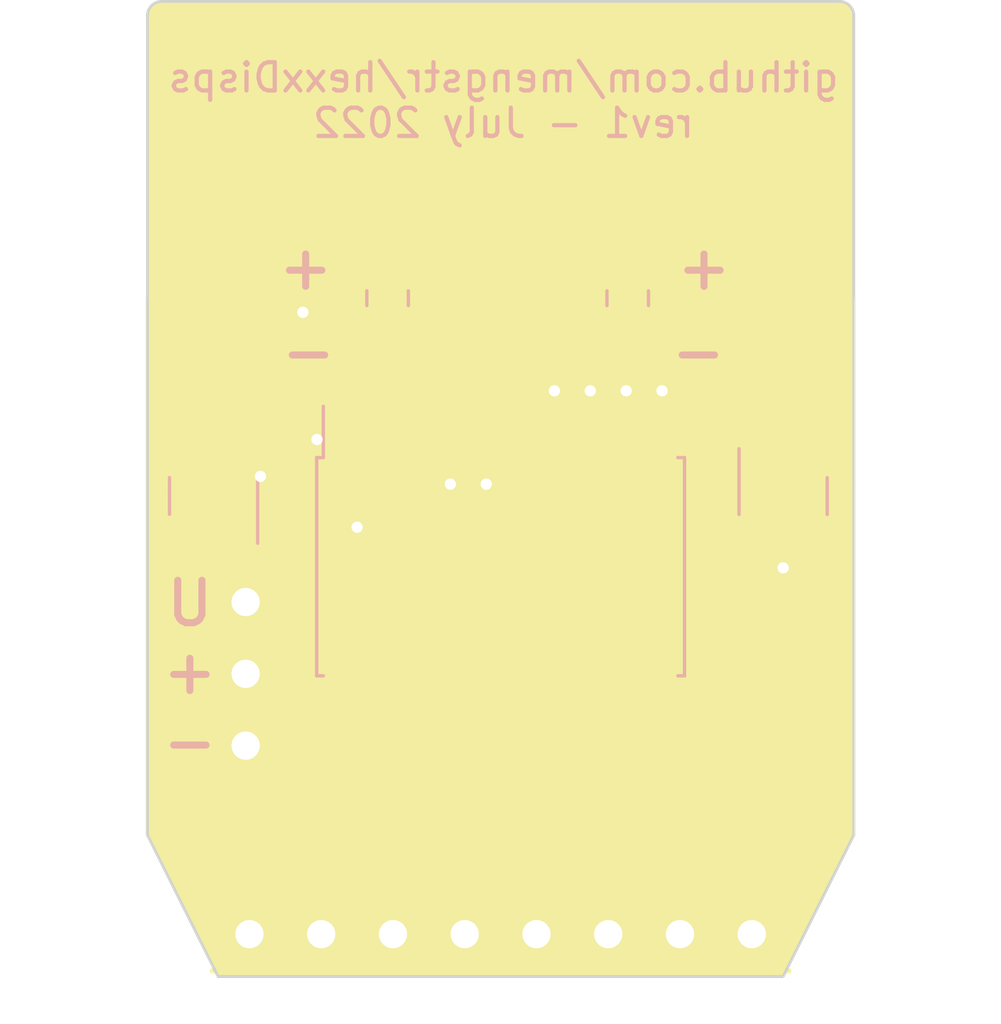
<source format=kicad_pcb>
(kicad_pcb (version 20211014) (generator pcbnew)
  (layers (0 "F.Cu" signal) (31 "B.Cu" signal) (34 "B.Paste" user) (35 "F.Paste" user) (36 "B.SilkS" user "B.Silkscreen") (37 "F.SilkS" user "F.Silkscreen") (38 "B.Mask" user) (39 "F.Mask" user) (44 "Edge.Cuts" user))
  (net 0 "")
  (net 1 "GND")
  (net 2 "Net-(Q6-Pad3)")
  (net 3 "Net-(Q7-Pad3)")
  (net 4 "+5V")
  (net 5 "Net-(J3-Pad1)")
  (net 6 "Net-(J9-Pad1)")
  (net 7 "Net-(J10-Pad1)")
  (net 8 "Net-(J4-Pad1)")
  (net 9 "Net-(J5-Pad1)")
  (net 10 "Net-(J6-Pad1)")
  (net 11 "Net-(J7-Pad1)")
  (net 12 "Net-(J8-Pad1)")
  (net 13 "Net-(Q6-Pad1)")
  (net 14 "Net-(Q7-Pad1)")
  (net 15 "Net-(U1-Pad9)")
  (net 16 "Net-(U1-Pad8)")
  (net 17 "Net-(U1-Pad7)")
  (net 18 "Net-(U1-Pad6)")
  (net 19 "Net-(U1-Pad4)")
  (net 20 "Net-(U1-Pad3)")
  (net 22 "Net-(U1-Pad1)")
  (net 23 "Net-(U18-Pad16)")
  (footprint "Connector_PinHeader_2.54mm:PinHeader_1x01_P2.54mm_Vertical" (layer "F.Cu") (at 149.86 70.785)
    (fp_text reference "J8" hide)
    (fp_text value "Conn_01x01_Female")
    (fp_line (start -1.33 -1.33) (end 0 -1.33) (layer "F.SilkS") (width 0.12))
    (fp_line (start -1.33 1.33) (end 1.33 1.33) (layer "F.SilkS") (width 0.12))
    (fp_line (start -1.33 1.27) (end -1.33 1.33) (layer "F.SilkS") (width 0.12))
    (fp_line (start 1.33 1.27) (end 1.33 1.33) (layer "F.SilkS") (width 0.12))
    (fp_line (start -1.33 0) (end -1.33 -1.33) (layer "F.SilkS") (width 0.12))
    (fp_line (start -1.33 1.27) (end 1.33 1.27) (layer "F.SilkS") (width 0.12))
    (pad "1" thru_hole rect (at 0 0) (size 1.7 1.7) (drill 1) (layers *.Cu *.Mask) (net 12 "Net-(J8-Pad1)"))
  )
  (footprint "Connector_PinHeader_2.54mm:PinHeader_1x01_P2.54mm_Vertical" (layer "F.Cu") (at 142.24 70.785)
    (fp_text reference "J5" hide)
    (fp_text value "Conn_01x01_Female")
    (fp_line (start -1.33 1.27) (end -1.33 1.33) (layer "F.SilkS") (width 0.12))
    (fp_line (start -1.33 1.27) (end 1.33 1.27) (layer "F.SilkS") (width 0.12))
    (fp_line (start -1.33 0) (end -1.33 -1.33) (layer "F.SilkS") (width 0.12))
    (fp_line (start -1.33 1.33) (end 1.33 1.33) (layer "F.SilkS") (width 0.12))
    (fp_line (start -1.33 -1.33) (end 0 -1.33) (layer "F.SilkS") (width 0.12))
    (fp_line (start 1.33 1.27) (end 1.33 1.33) (layer "F.SilkS") (width 0.12))
    (pad "1" thru_hole rect (at 0 0) (size 1.7 1.7) (drill 1) (layers *.Cu *.Mask) (net 9 "Net-(J5-Pad1)"))
  )
  (footprint "Connector_PinHeader_2.54mm:PinHeader_1x01_P2.54mm_Vertical" (layer "F.Cu") (at 130.97 50.285)
    (fp_text reference "J12" hide)
    (fp_text value "Conn_01x01_Female")
    (fp_line (start -1.33 1.27) (end -1.33 1.33) (layer "F.SilkS") (width 0.12))
    (fp_line (start 1.33 1.27) (end 1.33 1.33) (layer "F.SilkS") (width 0.12))
    (fp_line (start -1.33 1.33) (end 1.33 1.33) (layer "F.SilkS") (width 0.12))
    (fp_line (start -1.33 -1.33) (end 0 -1.33) (layer "F.SilkS") (width 0.12))
    (fp_line (start -1.33 0) (end -1.33 -1.33) (layer "F.SilkS") (width 0.12))
    (fp_line (start -1.33 1.27) (end 1.33 1.27) (layer "F.SilkS") (width 0.12))
    (pad "1" smd rect (at 0 0) (size 4 2.5) (layers "B.Cu" "B.Mask") (net 1 "GND"))
  )
  (footprint "Connector_PinHeader_2.54mm:PinHeader_1x01_P2.54mm_Vertical" (layer "F.Cu") (at 147.32 70.785)
    (fp_text reference "J7" hide)
    (fp_text value "Conn_01x01_Female")
    (fp_line (start 1.33 1.27) (end 1.33 1.33) (layer "F.SilkS") (width 0.12))
    (fp_line (start -1.33 1.33) (end 1.33 1.33) (layer "F.SilkS") (width 0.12))
    (fp_line (start -1.33 1.27) (end -1.33 1.33) (layer "F.SilkS") (width 0.12))
    (fp_line (start -1.33 0) (end -1.33 -1.33) (layer "F.SilkS") (width 0.12))
    (fp_line (start -1.33 -1.33) (end 0 -1.33) (layer "F.SilkS") (width 0.12))
    (fp_line (start -1.33 1.27) (end 1.33 1.27) (layer "F.SilkS") (width 0.12))
    (pad "1" thru_hole rect (at 0 0) (size 1.7 1.7) (drill 1) (layers *.Cu *.Mask) (net 11 "Net-(J7-Pad1)"))
  )
  (footprint "Connector_PinHeader_2.54mm:PinHeader_1x01_P2.54mm_Vertical" (layer "F.Cu") (at 134.62 70.785)
    (fp_text reference "J9" hide)
    (fp_text value "Conn_01x01_Female")
    (fp_line (start -1.33 0) (end -1.33 -1.33) (layer "F.SilkS") (width 0.12))
    (fp_line (start -1.33 -1.33) (end 0 -1.33) (layer "F.SilkS") (width 0.12))
    (fp_line (start -1.33 1.27) (end -1.33 1.33) (layer "F.SilkS") (width 0.12))
    (fp_line (start -1.33 1.33) (end 1.33 1.33) (layer "F.SilkS") (width 0.12))
    (fp_line (start -1.33 1.27) (end 1.33 1.27) (layer "F.SilkS") (width 0.12))
    (fp_line (start 1.33 1.27) (end 1.33 1.33) (layer "F.SilkS") (width 0.12))
    (pad "1" thru_hole rect (at 0 0) (size 1.7 1.7) (drill 1) (layers *.Cu *.Mask) (net 6 "Net-(J9-Pad1)"))
  )
  (footprint "Connector_PinHeader_2.54mm:PinHeader_1x01_P2.54mm_Vertical" (layer "F.Cu") (at 144.78 70.785)
    (fp_text reference "J6" hide)
    (fp_text value "Conn_01x01_Female")
    (fp_line (start 1.33 1.27) (end 1.33 1.33) (layer "F.SilkS") (width 0.12))
    (fp_line (start -1.33 1.27) (end -1.33 1.33) (layer "F.SilkS") (width 0.12))
    (fp_line (start -1.33 0) (end -1.33 -1.33) (layer "F.SilkS") (width 0.12))
    (fp_line (start -1.33 -1.33) (end 0 -1.33) (layer "F.SilkS") (width 0.12))
    (fp_line (start -1.33 1.27) (end 1.33 1.27) (layer "F.SilkS") (width 0.12))
    (fp_line (start -1.33 1.33) (end 1.33 1.33) (layer "F.SilkS") (width 0.12))
    (pad "1" thru_hole rect (at 0 0) (size 1.7 1.7) (drill 1) (layers *.Cu *.Mask) (net 10 "Net-(J6-Pad1)"))
  )
  (footprint "Connector_PinHeader_2.54mm:PinHeader_1x01_P2.54mm_Vertical" (layer "F.Cu") (at 137.16 70.785)
    (fp_text reference "J3" hide)
    (fp_text value "Conn_01x01_Female")
    (fp_line (start -1.33 -1.33) (end 0 -1.33) (layer "F.SilkS") (width 0.12))
    (fp_line (start 1.33 1.27) (end 1.33 1.33) (layer "F.SilkS") (width 0.12))
    (fp_line (start -1.33 1.33) (end 1.33 1.33) (layer "F.SilkS") (width 0.12))
    (fp_line (start -1.33 1.27) (end 1.33 1.27) (layer "F.SilkS") (width 0.12))
    (fp_line (start -1.33 1.27) (end -1.33 1.33) (layer "F.SilkS") (width 0.12))
    (fp_line (start -1.33 0) (end -1.33 -1.33) (layer "F.SilkS") (width 0.12))
    (pad "1" thru_hole rect (at 0 0) (size 1.7 1.7) (drill 1) (layers *.Cu *.Mask) (net 5 "Net-(J3-Pad1)"))
  )
  (footprint "Connector_PinHeader_2.54mm:PinHeader_1x01_P2.54mm_Vertical" (layer "F.Cu") (at 150.97 46.785)
    (fp_text reference "J1" hide)
    (fp_text value "Conn_01x01_Female")
    (fp_line (start -1.33 1.33) (end 1.33 1.33) (layer "F.SilkS") (width 0.12))
    (fp_line (start -1.33 -1.33) (end 0 -1.33) (layer "F.SilkS") (width 0.12))
    (fp_line (start -1.33 1.27) (end -1.33 1.33) (layer "F.SilkS") (width 0.12))
    (fp_line (start -1.33 0) (end -1.33 -1.33) (layer "F.SilkS") (width 0.12))
    (fp_line (start 1.33 1.27) (end 1.33 1.33) (layer "F.SilkS") (width 0.12))
    (fp_line (start -1.33 1.27) (end 1.33 1.27) (layer "F.SilkS") (width 0.12))
    (pad "1" smd rect (at 0 0) (size 4 2.5) (layers "B.Cu" "B.Mask") (net 4 "+5V"))
  )
  (footprint "Connector_PinHeader_2.54mm:PinHeader_1x01_P2.54mm_Vertical" (layer "F.Cu") (at 130.97 46.785)
    (fp_text reference "J11" hide)
    (fp_text value "Conn_01x01_Female")
    (fp_line (start -1.33 -1.33) (end 0 -1.33) (layer "F.SilkS") (width 0.12))
    (fp_line (start -1.33 1.27) (end 1.33 1.27) (layer "F.SilkS") (width 0.12))
    (fp_line (start -1.33 0) (end -1.33 -1.33) (layer "F.SilkS") (width 0.12))
    (fp_line (start 1.33 1.27) (end 1.33 1.33) (layer "F.SilkS") (width 0.12))
    (fp_line (start -1.33 1.33) (end 1.33 1.33) (layer "F.SilkS") (width 0.12))
    (fp_line (start -1.33 1.27) (end -1.33 1.33) (layer "F.SilkS") (width 0.12))
    (pad "1" smd rect (at 0 0.16) (size 4 2.5) (layers "B.Cu" "B.Mask") (net 4 "+5V"))
  )
  (footprint "Connector_PinHeader_2.54mm:PinHeader_1x01_P2.54mm_Vertical" (layer "F.Cu") (at 132.08 70.785)
    (fp_text reference "J10" hide)
    (fp_text value "Conn_01x01_Female")
    (fp_line (start 1.33 1.27) (end 1.33 1.33) (layer "F.SilkS") (width 0.12))
    (fp_line (start -1.33 1.33) (end 1.33 1.33) (layer "F.SilkS") (width 0.12))
    (fp_line (start -1.33 1.27) (end -1.33 1.33) (layer "F.SilkS") (width 0.12))
    (fp_line (start -1.33 1.27) (end 1.33 1.27) (layer "F.SilkS") (width 0.12))
    (fp_line (start -1.33 0) (end -1.33 -1.33) (layer "F.SilkS") (width 0.12))
    (fp_line (start -1.33 -1.33) (end 0 -1.33) (layer "F.SilkS") (width 0.12))
    (pad "1" thru_hole rect (at 0 0) (size 1.7 1.7) (drill 1) (layers *.Cu *.Mask) (net 7 "Net-(J10-Pad1)"))
  )
  (footprint "Connector_PinHeader_2.54mm:PinHeader_1x01_P2.54mm_Vertical" (layer "F.Cu") (at 139.7 70.785)
    (fp_text reference "J4" hide)
    (fp_text value "Conn_01x01_Female")
    (fp_line (start -1.33 1.27) (end -1.33 1.33) (layer "F.SilkS") (width 0.12))
    (fp_line (start 1.33 1.27) (end 1.33 1.33) (layer "F.SilkS") (width 0.12))
    (fp_line (start -1.33 1.33) (end 1.33 1.33) (layer "F.SilkS") (width 0.12))
    (fp_line (start -1.33 0) (end -1.33 -1.33) (layer "F.SilkS") (width 0.12))
    (fp_line (start -1.33 -1.33) (end 0 -1.33) (layer "F.SilkS") (width 0.12))
    (fp_line (start -1.33 1.27) (end 1.33 1.27) (layer "F.SilkS") (width 0.12))
    (pad "1" thru_hole rect (at 0 0) (size 1.7 1.7) (drill 1) (layers *.Cu *.Mask) (net 8 "Net-(J4-Pad1)"))
  )
  (footprint "Display_7Segment:OSK2056" (layer "F.Cu") (at 140.97 57.785)
    (fp_text reference "U1" hide)
    (fp_text value "OSK2056-LX" hide)
    (fp_line (start -12.5 9.5) (end -12.5 -9.5) (layer "F.SilkS") (width 0.12))
    (fp_line (start 12.5 -9.5) (end 12.5 9.5) (layer "F.SilkS") (width 0.12))
    (fp_line (start -12.5 -9.5) (end 12.5 -9.5) (layer "F.SilkS") (width 0.12))
    (fp_line (start 12.5 9.5) (end -12.5 9.5) (layer "F.SilkS") (width 0.12))
    (pad "1" smd roundrect (at -5.08 9.5) (size 1.8 3) (layers "F.Cu" "F.Paste" "F.Mask") (roundrect_rratio 0) (chamfer_ratio 0.3) (chamfer top_left) (net 22 "Net-(U1-Pad1)"))
    (pad "2" smd rect (at -2.54 9.5) (size 1.8 3) (layers "F.Cu" "F.Paste" "F.Mask"))
    (pad "3" smd rect (at 0 9.5) (size 1.8 3) (layers "F.Cu" "F.Paste" "F.Mask") (net 20 "Net-(U1-Pad3)"))
    (pad "4" smd rect (at 2.54 9.5) (size 1.8 3) (layers "F.Cu" "F.Paste" "F.Mask") (net 19 "Net-(U1-Pad4)"))
    (pad "5" smd rect (at 5.08 9.5) (size 1.8 3) (layers "F.Cu" "F.Paste" "F.Mask") (net 3 "Net-(Q7-Pad3)"))
    (pad "6" smd rect (at 5.08 -9.5) (size 1.8 3) (layers "F.Cu" "F.Paste" "F.Mask") (net 18 "Net-(U1-Pad6)"))
    (pad "7" smd rect (at 2.54 -9.5) (size 1.8 3) (layers "F.Cu" "F.Paste" "F.Mask") (net 17 "Net-(U1-Pad7)"))
    (pad "8" smd rect (at 0 -9.5) (size 1.8 3) (layers "F.Cu" "F.Paste" "F.Mask") (net 16 "Net-(U1-Pad8)"))
    (pad "9" smd rect (at -2.54 -9.5) (size 1.8 3) (layers "F.Cu" "F.Paste" "F.Mask") (net 15 "Net-(U1-Pad9)"))
    (pad "10" smd rect (at -5.08 -9.5) (size 1.8 3) (layers "F.Cu" "F.Paste" "F.Mask") (net 2 "Net-(Q6-Pad3)"))
  )
  (footprint "Connector_PinSocket_2.54mm:PinSocket_1x03_P2.54mm_Vertical" (layer "F.Cu") (at 131.945 64.115 180)
    (fp_text reference "J13" (at 0 -2.77) (layer "F.SilkS"))
    (fp_text value "Conn_01x03_Female")
    (fp_line (start -1.33 1.27) (end 1.33 1.27) (layer "F.SilkS") (width 0.12))
    (fp_line (start 1.33 -1.33) (end 1.33 0) (layer "F.SilkS") (width 0.12))
    (fp_line (start 1.33 1.27) (end 1.33 6.41) (layer "F.SilkS") (width 0.12))
    (fp_line (start 0 -1.33) (end 1.33 -1.33) (layer "F.SilkS") (width 0.12))
    (fp_line (start -1.33 6.41) (end 1.33 6.41) (layer "F.SilkS") (width 0.12))
    (fp_line (start -1.33 1.27) (end -1.33 6.41) (layer "F.SilkS") (width 0.12))
    (pad "1" thru_hole rect (at 0 0 180) (size 1.7 1.7) (drill 1) (layers *.Cu *.Mask) (net 1 "GND"))
    (pad "2" thru_hole oval (at 0 2.54 180) (size 1.7 1.7) (drill 1) (layers *.Cu *.Mask) (net 4 "+5V"))
    (pad "3" thru_hole oval (at 0 5.08 180) (size 1.7 1.7) (drill 1) (layers *.Cu *.Mask) (net 23 "Net-(U18-Pad16)"))
  )
  (footprint "Connector_PinHeader_2.54mm:PinHeader_1x01_P2.54mm_Vertical" (layer "F.Cu") (at 150.97 50.285)
    (fp_text reference "J2" hide)
    (fp_text value "Conn_01x01_Female")
    (fp_line (start -1.33 1.27) (end 1.33 1.27) (layer "F.SilkS") (width 0.12))
    (fp_line (start -1.33 1.27) (end -1.33 1.33) (layer "F.SilkS") (width 0.12))
    (fp_line (start -1.33 0) (end -1.33 -1.33) (layer "F.SilkS") (width 0.12))
    (fp_line (start 1.33 1.27) (end 1.33 1.33) (layer "F.SilkS") (width 0.12))
    (fp_line (start -1.33 1.33) (end 1.33 1.33) (layer "F.SilkS") (width 0.12))
    (fp_line (start -1.33 -1.33) (end 0 -1.33) (layer "F.SilkS") (width 0.12))
    (pad "1" smd rect (at 0 0) (size 4 2.5) (layers "B.Cu" "B.Mask") (net 1 "GND"))
  )
  (footprint "Package_TO_SOT_SMD:SOT-23" (layer "B.Cu") (at 150.97 55.285 -90)
    (fp_text reference "Q7" hide)
    (fp_text value "2N7002" hide)
    (fp_line (start 0 -1.56) (end -0.65 -1.56) (layer "B.SilkS") (width 0.12))
    (fp_line (start 0 1.56) (end 0.65 1.56) (layer "B.SilkS") (width 0.12))
    (fp_line (start 0 -1.56) (end 0.65 -1.56) (layer "B.SilkS") (width 0.12))
    (fp_line (start 0 1.56) (end -1.675 1.56) (layer "B.SilkS") (width 0.12))
    (pad "1" smd roundrect (at -0.9375 0.95 270) (size 1.475 0.6) (layers "B.Cu" "B.Paste" "B.Mask") (net 14 "Net-(Q7-Pad1)"))
    (pad "2" smd roundrect (at -0.9375 -0.95 270) (size 1.475 0.6) (layers "B.Cu" "B.Paste" "B.Mask") (net 1 "GND"))
    (pad "3" smd roundrect (at 0.9375 0 270) (size 1.475 0.6) (layers "B.Cu" "B.Paste" "B.Mask") (net 3 "Net-(Q7-Pad3)"))
  )
  (footprint "Package_SO:SOIC-20W_7.5x12.8mm_P1.27mm" (layer "B.Cu") (at 140.97 57.785 -90)
    (fp_text reference "U18" hide)
    (fp_text value "ATtiny816-S" hide)
    (fp_line (start 0 6.51) (end 3.86 6.51) (layer "B.SilkS") (width 0.12))
    (fp_line (start 3.86 6.51) (end 3.86 6.275) (layer "B.SilkS") (width 0.12))
    (fp_line (start 0 -6.51) (end 3.86 -6.51) (layer "B.SilkS") (width 0.12))
    (fp_line (start 0 -6.51) (end -3.86 -6.51) (layer "B.SilkS") (width 0.12))
    (fp_line (start -3.86 6.275) (end -5.675 6.275) (layer "B.SilkS") (width 0.12))
    (fp_line (start 0 6.51) (end -3.86 6.51) (layer "B.SilkS") (width 0.12))
    (fp_line (start -3.86 6.51) (end -3.86 6.275) (layer "B.SilkS") (width 0.12))
    (fp_line (start 3.86 -6.51) (end 3.86 -6.275) (layer "B.SilkS") (width 0.12))
    (fp_line (start -3.86 -6.51) (end -3.86 -6.275) (layer "B.SilkS") (width 0.12))
    (pad "1" smd roundrect (at -4.65 5.715 270) (size 2.05 0.6) (layers "B.Cu" "B.Paste" "B.Mask") (net 4 "+5V"))
    (pad "2" smd roundrect (at -4.65 4.445 270) (size 2.05 0.6) (layers "B.Cu" "B.Paste" "B.Mask") (net 13 "Net-(Q6-Pad1)"))
    (pad "3" smd roundrect (at -4.65 3.175 270) (size 2.05 0.6) (layers "B.Cu" "B.Paste" "B.Mask") (net 22 "Net-(U1-Pad1)"))
    (pad "4" smd roundrect (at -4.65 1.905 270) (size 2.05 0.6) (layers "B.Cu" "B.Paste" "B.Mask") (net 20 "Net-(U1-Pad3)"))
    (pad "5" smd roundrect (at -4.65 0.635 270) (size 2.05 0.6) (layers "B.Cu" "B.Paste" "B.Mask") (net 19 "Net-(U1-Pad4)"))
    (pad "6" smd roundrect (at -4.65 -0.635 270) (size 2.05 0.6) (layers "B.Cu" "B.Paste" "B.Mask") (net 14 "Net-(Q7-Pad1)"))
    (pad "7" smd roundrect (at -4.65 -1.905 270) (size 2.05 0.6) (layers "B.Cu" "B.Paste" "B.Mask") (net 15 "Net-(U1-Pad9)"))
    (pad "8" smd roundrect (at -4.65 -3.175 270) (size 2.05 0.6) (layers "B.Cu" "B.Paste" "B.Mask") (net 16 "Net-(U1-Pad8)"))
    (pad "9" smd roundrect (at -4.65 -4.445 270) (size 2.05 0.6) (layers "B.Cu" "B.Paste" "B.Mask") (net 17 "Net-(U1-Pad7)"))
    (pad "10" smd roundrect (at -4.65 -5.715 270) (size 2.05 0.6) (layers "B.Cu" "B.Paste" "B.Mask") (net 18 "Net-(U1-Pad6)"))
    (pad "11" smd roundrect (at 4.65 -5.715 270) (size 2.05 0.6) (layers "B.Cu" "B.Paste" "B.Mask") (net 12 "Net-(J8-Pad1)"))
    (pad "12" smd roundrect (at 4.65 -4.445 270) (size 2.05 0.6) (layers "B.Cu" "B.Paste" "B.Mask") (net 11 "Net-(J7-Pad1)"))
    (pad "13" smd roundrect (at 4.65 -3.175 270) (size 2.05 0.6) (layers "B.Cu" "B.Paste" "B.Mask") (net 10 "Net-(J6-Pad1)"))
    (pad "14" smd roundrect (at 4.65 -1.905 270) (size 2.05 0.6) (layers "B.Cu" "B.Paste" "B.Mask") (net 9 "Net-(J5-Pad1)"))
    (pad "15" smd roundrect (at 4.65 -0.635 270) (size 2.05 0.6) (layers "B.Cu" "B.Paste" "B.Mask") (net 8 "Net-(J4-Pad1)"))
    (pad "16" smd roundrect (at 4.65 0.635 270) (size 2.05 0.6) (layers "B.Cu" "B.Paste" "B.Mask") (net 23 "Net-(U18-Pad16)"))
    (pad "17" smd roundrect (at 4.65 1.905 270) (size 2.05 0.6) (layers "B.Cu" "B.Paste" "B.Mask") (net 5 "Net-(J3-Pad1)"))
    (pad "18" smd roundrect (at 4.65 3.175 270) (size 2.05 0.6) (layers "B.Cu" "B.Paste" "B.Mask") (net 6 "Net-(J9-Pad1)"))
    (pad "19" smd roundrect (at 4.65 4.445 270) (size 2.05 0.6) (layers "B.Cu" "B.Paste" "B.Mask") (net 7 "Net-(J10-Pad1)"))
    (pad "20" smd roundrect (at 4.65 5.715 270) (size 2.05 0.6) (layers "B.Cu" "B.Paste" "B.Mask") (net 1 "GND"))
  )
  (footprint "Capacitor_SMD:C_0805_2012Metric_Pad1.18x1.45mm_HandSolder" (layer "B.Cu") (at 136.97 48.285 -90)
    (fp_text reference "C2" hide)
    (fp_text value "100n")
    (fp_line (start -0.261252 -0.735) (end 0.261252 -0.735) (layer "B.SilkS") (width 0.12))
    (fp_line (start -0.261252 0.735) (end 0.261252 0.735) (layer "B.SilkS") (width 0.12))
    (pad "1" smd roundrect (at -1.0375 0 270) (size 1.175 1.45) (layers "B.Cu" "B.Paste" "B.Mask") (roundrect_rratio 0.212766) (net 4 "+5V"))
    (pad "2" smd roundrect (at 1.0375 0 270) (size 1.175 1.45) (layers "B.Cu" "B.Paste" "B.Mask") (roundrect_rratio 0.212766) (net 1 "GND"))
  )
  (footprint "Capacitor_SMD:C_0805_2012Metric_Pad1.18x1.45mm_HandSolder" (layer "B.Cu") (at 145.47 48.285 -90)
    (fp_text reference "C1" hide)
    (fp_text value "10u")
    (fp_line (start -0.261252 -0.735) (end 0.261252 -0.735) (layer "B.SilkS") (width 0.12))
    (fp_line (start -0.261252 0.735) (end 0.261252 0.735) (layer "B.SilkS") (width 0.12))
    (pad "1" smd roundrect (at -1.0375 0 270) (size 1.175 1.45) (layers "B.Cu" "B.Paste" "B.Mask") (roundrect_rratio 0.212766) (net 4 "+5V"))
    (pad "2" smd roundrect (at 1.0375 0 270) (size 1.175 1.45) (layers "B.Cu" "B.Paste" "B.Mask") (roundrect_rratio 0.212766) (net 1 "GND"))
  )
  (footprint "Package_TO_SOT_SMD:SOT-23" (layer "B.Cu") (at 130.81 55.28 90)
    (fp_text reference "Q6" hide)
    (fp_text value "2N7002" hide)
    (fp_line (start 0 1.56) (end 0.65 1.56) (layer "B.SilkS") (width 0.12))
    (fp_line (start 0 1.56) (end -1.675 1.56) (layer "B.SilkS") (width 0.12))
    (fp_line (start 0 -1.56) (end 0.65 -1.56) (layer "B.SilkS") (width 0.12))
    (fp_line (start 0 -1.56) (end -0.65 -1.56) (layer "B.SilkS") (width 0.12))
    (pad "1" smd roundrect (at -0.9375 0.95 90) (size 1.475 0.6) (layers "B.Cu" "B.Paste" "B.Mask") (net 13 "Net-(Q6-Pad1)"))
    (pad "2" smd roundrect (at -0.9375 -0.95 90) (size 1.475 0.6) (layers "B.Cu" "B.Paste" "B.Mask") (net 1 "GND"))
    (pad "3" smd roundrect (at 0.9375 0 90) (size 1.475 0.6) (layers "B.Cu" "B.Paste" "B.Mask") (net 2 "Net-(Q6-Pad3)"))
  )
  (gr_line (start 128.47 67.285) (end 130.97 72.285) (layer "Edge.Cuts") (width 0.1))
  (gr_line (start 130.97 72.285) (end 150.97 72.285) (layer "Edge.Cuts") (width 0.1))
  (gr_line (start 153.47 67.285) (end 153.47 54.785) (layer "Edge.Cuts") (width 0.1))
  (gr_line (start 152.97 37.785) (end 128.97 37.785) (layer "Edge.Cuts") (width 0.1))
  (gr_arc (start 128.47 38.285) (mid 128.616447 37.931447) (end 128.97 37.785) (layer "Edge.Cuts") (width 0.1))
  (gr_line (start 153.47 54.785) (end 153.47 38.285) (layer "Edge.Cuts") (width 0.1))
  (gr_line (start 128.47 38.285) (end 128.47 67.285) (layer "Edge.Cuts") (width 0.1))
  (gr_arc (start 152.97 37.785) (mid 153.323553 37.931447) (end 153.47 38.285) (layer "Edge.Cuts") (width 0.1))
  (gr_line (start 150.97 72.285) (end 153.47 67.285) (layer "Edge.Cuts") (width 0.1))
  (gr_text "+" (at 134.07 47.185) (layer "B.SilkS") (effects (font (size 1.5 1.5) (thickness 0.25)) (justify mirror)))
  (gr_text "-" (at 129.97 63.985) (layer "B.SilkS") (effects (font (size 1.5 1.5) (thickness 0.25)) (justify mirror)))
  (gr_text "github.com/mengstr/hexxDisps\nrev1 - July 2022" (at 141.07 41.285) (layer "B.SilkS") (effects (font (size 1 1)) (justify mirror)))
  (gr_text "+" (at 148.17 47.185) (layer "B.SilkS") (effects (font (size 1.5 1.5) (thickness 0.25)) (justify mirror)))
  (gr_text "+" (at 129.97 61.485) (layer "B.SilkS") (effects (font (size 1.5 1.5) (thickness 0.25)) (justify mirror)))
  (gr_text "U" (at 129.97 59.085) (layer "B.SilkS") (effects (font (size 1.5 1.5) (thickness 0.25)) (justify mirror)))
  (gr_text "-" (at 147.97 50.185) (layer "B.SilkS") (effects (font (size 1.5 1.5) (thickness 0.25)) (justify mirror)))
  (gr_text "-" (at 134.17 50.185) (layer "B.SilkS") (effects (font (size 1.5 1.5) (thickness 0.25)) (justify mirror)))
  (segment (start 136.0165 49.276) (end 135.0075 50.285) (width 1) (layer "B.Cu") (net 1))
  (segment (start 133.22 64.035) (end 134.72 62.535) (width 1) (layer "B.Cu") (net 1))
  (segment (start 151.92 51.235) (end 150.97 50.285) (width 1) (layer "B.Cu") (net 1))
  (segment (start 146.4235 49.276) (end 136.0165 49.276) (width 1) (layer "B.Cu") (net 1))
  (segment (start 130.97 50.285) (end 129.47 51.785) (width 1) (layer "B.Cu") (net 1))
  (segment (start 151.92 50.335) (end 151.97 50.285) (width 0.3048) (layer "B.Cu") (net 1))
  (segment (start 150.97 50.285) (end 147.4325 50.285) (width 1) (layer "B.Cu") (net 1))
  (segment (start 129.47 51.785) (end 129.47 64.035) (width 1) (layer "B.Cu") (net 1))
  (segment (start 130.97 50.285) (end 129.97 50.285) (width 1) (layer "B.Cu") (net 1))
  (segment (start 135.0075 50.285) (end 130.97 50.285) (width 1) (layer "B.Cu") (net 1))
  (segment (start 129.47 64.035) (end 133.22 64.035) (width 1) (layer "B.Cu") (net 1))
  (segment (start 151.92 54.3475) (end 151.92 51.235) (width 1) (layer "B.Cu") (net 1))
  (segment (start 151.97 50.285) (end 150.97 50.285) (width 1) (layer "B.Cu") (net 1))
  (segment (start 147.4325 50.285) (end 146.4235 49.276) (width 1) (layer "B.Cu") (net 1))
  (segment (start 129.97 50.285) (end 129.47 50.785) (width 1) (layer "B.Cu") (net 1))
  (segment (start 135.89 53.865) (end 135.89 48.285) (width 0.3048) (layer "F.Cu") (net 2))
  (segment (start 132.525 54.535) (end 135.22 54.535) (width 0.3048) (layer "F.Cu") (net 2))
  (segment (start 132.47 54.59) (end 132.525 54.535) (width 0.3048) (layer "F.Cu") (net 2))
  (segment (start 135.22 54.535) (end 135.89 53.865) (width 0.3048) (layer "F.Cu") (net 2))
  (via (at 132.47 54.59) (size 0.8) (drill 0.4) (layers "F.Cu" "B.Cu") (net 2))
  (segment (start 130.81 54.3425) (end 132.2225 54.3425) (width 0.3048) (layer "B.Cu") (net 2))
  (segment (start 132.2225 54.3425) (end 132.47 54.59) (width 0.3048) (layer "B.Cu") (net 2))
  (segment (start 146.05 67.285) (end 146.05 59.944) (width 0.3048) (layer "F.Cu") (net 3))
  (segment (start 149.606 56.388) (end 150.97 56.388) (width 0.3048) (layer "F.Cu") (net 3))
  (segment (start 146.05 59.944) (end 149.606 56.388) (width 0.3048) (layer "F.Cu") (net 3))
  (via (at 150.97 57.825) (size 0.8) (drill 0.4) (layers "F.Cu" "B.Cu") (net 3))
  (segment (start 150.97 57.825) (end 150.97 56.2225) (width 0.3048) (layer "B.Cu") (net 3))
  (segment (start 132.47 50.785) (end 133.97 50.785) (width 1) (layer "F.Cu") (net 4))
  (segment (start 131.445 61.575) (end 129.97 60.1) (width 1) (layer "F.Cu") (net 4))
  (segment (start 129.97 60.1) (end 129.97 53.285) (width 1) (layer "F.Cu") (net 4))
  (segment (start 133.97 51.785) (end 133.97 50.785) (width 1) (layer "F.Cu") (net 4))
  (segment (start 129.97 53.285) (end 132.47 50.785) (width 1) (layer "F.Cu") (net 4))
  (segment (start 134.47 53.285) (end 133.97 52.785) (width 1) (layer "F.Cu") (net 4))
  (segment (start 133.97 52.785) (end 133.97 51.785) (width 1) (layer "F.Cu") (net 4))
  (segment (start 131.945 61.575) (end 131.445 61.575) (width 1) (layer "F.Cu") (net 4))
  (segment (start 133.97 50.785) (end 133.97 48.785) (width 1) (layer "F.Cu") (net 4))
  (via (at 134.47 53.285) (size 0.8) (drill 0.4) (layers "F.Cu" "B.Cu") (net 4))
  (via (at 133.97 48.785) (size 0.8) (drill 0.4) (layers "F.Cu" "B.Cu") (net 4))
  (segment (start 133.97 48.785) (end 133.97 47.2475) (width 1) (layer "B.Cu") (net 4))
  (segment (start 134.47 53.285) (end 134.97 53.285) (width 1) (layer "B.Cu") (net 4))
  (segment (start 151.429 47.244) (end 147.9735 47.244) (width 1) (layer "B.Cu") (net 4))
  (segment (start 147.9735 47.244) (end 147.97 47.2475) (width 0.3048) (layer "B.Cu") (net 4))
  (segment (start 147.97 47.2475) (end 133.97 47.2475) (width 1) (layer "B.Cu") (net 4))
  (segment (start 133.9665 47.244) (end 130.556 47.244) (width 1) (layer "B.Cu") (net 4))
  (segment (start 133.9665 47.244) (end 133.97 47.2475) (width 0.3048) (layer "B.Cu") (net 4))
  (segment (start 139.065 62.435) (end 139.065 67.94) (width 0.3048) (layer "B.Cu") (net 5))
  (segment (start 137.16 69.845) (end 137.16 71.12) (width 0.3048) (layer "B.Cu") (net 5))
  (segment (start 139.065 67.94) (end 137.16 69.845) (width 0.3048) (layer "B.Cu") (net 5))
  (segment (start 137.795 66.71) (end 134.62 69.885) (width 0.3048) (layer "B.Cu") (net 6))
  (segment (start 134.62 69.885) (end 134.62 71.12) (width 0.3048) (layer "B.Cu") (net 6))
  (segment (start 137.795 62.435) (end 137.795 66.71) (width 0.3048) (layer "B.Cu") (net 6))
  (segment (start 136.525 65.23) (end 132.08 69.675) (width 0.3048) (layer "B.Cu") (net 7))
  (segment (start 132.08 69.675) (end 132.08 71.12) (width 0.3048) (layer "B.Cu") (net 7))
  (segment (start 136.525 62.435) (end 136.525 65.23) (width 0.3048) (layer "B.Cu") (net 7))
  (segment (start 139.7 71.12) (end 139.7 69.6785) (width 0.3048) (layer "B.Cu") (net 8))
  (segment (start 141.605 67.7735) (end 141.605 62.435) (width 0.3048) (layer "B.Cu") (net 8))
  (segment (start 139.7 69.6785) (end 141.605 67.7735) (width 0.3048) (layer "B.Cu") (net 8))
  (segment (start 142.875 69.2655) (end 142.875 62.435) (width 0.3048) (layer "B.Cu") (net 9))
  (segment (start 142.24 69.9005) (end 142.875 69.2655) (width 0.3048) (layer "B.Cu") (net 9))
  (segment (start 142.24 71.12) (end 142.24 69.9005) (width 0.3048) (layer "B.Cu") (net 9))
  (segment (start 144.78 69.785) (end 144.145 69.15) (width 0.3048) (layer "B.Cu") (net 10))
  (segment (start 144.145 69.15) (end 144.145 62.435) (width 0.3048) (layer "B.Cu") (net 10))
  (segment (start 144.78 71.12) (end 144.78 69.785) (width 0.3048) (layer "B.Cu") (net 10))
  (segment (start 147.32 71.12) (end 147.32 69.7145) (width 0.3048) (layer "B.Cu") (net 11))
  (segment (start 147.32 69.7145) (end 145.415 67.8095) (width 0.3048) (layer "B.Cu") (net 11))
  (segment (start 145.415 67.8095) (end 145.415 62.435) (width 0.3048) (layer "B.Cu") (net 11))
  (segment (start 149.86 71.12) (end 149.86 69.6155) (width 0.3048) (layer "B.Cu") (net 12))
  (segment (start 149.86 69.6155) (end 146.685 66.4405) (width 0.3048) (layer "B.Cu") (net 12))
  (segment (start 146.685 66.4405) (end 146.685 62.435) (width 0.3048) (layer "B.Cu") (net 12))
  (segment (start 134.7875 56.2175) (end 136.47 54.535) (width 0.3048) (layer "B.Cu") (net 13))
  (segment (start 131.76 56.2175) (end 134.7875 56.2175) (width 0.3048) (layer "B.Cu") (net 13))
  (segment (start 136.525 53.135) (end 136.525 54.483) (width 0.3048) (layer "B.Cu") (net 13))
  (segment (start 136.525 54.483) (end 136.0955 54.9125) (width 0.3048) (layer "B.Cu") (net 13))
  (segment (start 150.02 55.485) (end 149.72 55.785) (width 0.3048) (layer "B.Cu") (net 14))
  (segment (start 150.02 54.3475) (end 150.02 55.485) (width 0.3048) (layer "B.Cu") (net 14))
  (segment (start 142.22 55.785) (end 141.605 55.17) (width 0.3048) (layer "B.Cu") (net 14))
  (segment (start 149.72 55.785) (end 142.22 55.785) (width 0.3048) (layer "B.Cu") (net 14))
  (segment (start 141.605 55.17) (end 141.605 53.135) (width 0.3048) (layer "B.Cu") (net 14))
  (segment (start 142.875 51.562) (end 140.247 51.562) (width 0.3048) (layer "F.Cu") (net 15))
  (segment (start 138.43 49.745) (end 138.43 48.285) (width 0.3048) (layer "F.Cu") (net 15))
  (segment (start 140.247 51.562) (end 138.43 49.745) (width 0.3048) (layer "F.Cu") (net 15))
  (via (at 142.875 51.562) (size 0.8) (drill 0.4) (layers "F.Cu" "B.Cu") (net 15))
  (segment (start 142.875 53.135) (end 142.875 51.562) (width 0.3048) (layer "B.Cu") (net 15))
  (segment (start 143.368 50.785) (end 141.97 50.785) (width 0.3048) (layer "F.Cu") (net 16))
  (segment (start 140.97 49.785) (end 140.97 48.285) (width 0.3048) (layer "F.Cu") (net 16))
  (segment (start 144.145 51.562) (end 143.368 50.785) (width 0.3048) (layer "F.Cu") (net 16))
  (segment (start 141.97 50.785) (end 140.97 49.785) (width 0.3048) (layer "F.Cu") (net 16))
  (via (at 144.145 51.562) (size 0.8) (drill 0.4) (layers "F.Cu" "B.Cu") (net 16))
  (segment (start 144.145 53.135) (end 144.145 51.562) (width 0.3048) (layer "B.Cu") (net 16))
  (segment (start 143.51 49.657) (end 145.415 51.562) (width 0.3048) (layer "F.Cu") (net 17))
  (segment (start 143.51 48.285) (end 143.51 49.325) (width 0.3048) (layer "F.Cu") (net 17))
  (segment (start 143.51 48.285) (end 143.51 49.657) (width 0.3048) (layer "F.Cu") (net 17))
  (via (at 145.415 51.562) (size 0.8) (drill 0.4) (layers "F.Cu" "B.Cu") (net 17))
  (segment (start 145.415 53.135) (end 145.415 51.562) (width 0.3048) (layer "B.Cu") (net 17))
  (segment (start 145.97 50.847) (end 145.97 48.365) (width 0.3048) (layer "F.Cu") (net 18))
  (segment (start 146.685 51.562) (end 145.97 50.847) (width 0.3048) (layer "F.Cu") (net 18))
  (segment (start 145.97 48.365) (end 146.05 48.285) (width 0.3048) (layer "F.Cu") (net 18))
  (via (at 146.685 51.562) (size 0.8) (drill 0.4) (layers "F.Cu" "B.Cu") (net 18))
  (segment (start 146.685 53.135) (end 146.685 51.562) (width 0.3048) (layer "B.Cu") (net 18))
  (segment (start 143.51 67.285) (end 143.51 57.912) (width 0.3048) (layer "F.Cu") (net 19))
  (segment (start 143.51 57.912) (end 140.462 54.864) (width 0.3048) (layer "F.Cu") (net 19))
  (via (at 140.462 54.864) (size 0.8) (drill 0.4) (layers "F.Cu" "B.Cu") (net 19))
  (segment (start 140.335 53.135) (end 140.335 54.737) (width 0.3048) (layer "B.Cu") (net 19))
  (segment (start 140.335 54.737) (end 140.462 54.864) (width 0.3048) (layer "B.Cu") (net 19))
  (segment (start 139.192 54.864) (end 140.97 56.642) (width 0.3048) (layer "F.Cu") (net 20))
  (segment (start 140.97 56.642) (end 140.97 67.285) (width 0.3048) (layer "F.Cu") (net 20))
  (via (at 139.192 54.864) (size 0.8) (drill 0.4) (layers "F.Cu" "B.Cu") (net 20))
  (segment (start 139.065 53.135) (end 139.065 54.737) (width 0.3048) (layer "B.Cu") (net 20))
  (segment (start 139.065 54.737) (end 139.192 54.864) (width 0.3048) (layer "B.Cu") (net 20))
  (segment (start 135.89 56.388) (end 135.89 67.285) (width 0.3048) (layer "F.Cu") (net 22))
  (via (at 135.89 56.388) (size 0.8) (drill 0.4) (layers "F.Cu" "B.Cu") (net 22))
  (segment (start 137.795 54.483) (end 135.89 56.388) (width 0.3048) (layer "B.Cu") (net 22))
  (segment (start 137.795 53.135) (end 137.795 54.483) (width 0.3048) (layer "B.Cu") (net 22))
  (segment (start 140.335 60.15) (end 140.335 62.435) (width 0.3048) (layer "B.Cu") (net 23))
  (segment (start 139.22 59.035) (end 140.335 60.15) (width 0.3048) (layer "B.Cu") (net 23))
  (segment (start 137.97 59.035) (end 139.22 59.035) (width 0.3048) (layer "B.Cu") (net 23))
  (segment (start 131.945 59.035) (end 137.915 59.035) (width 0.3048) (layer "B.Cu") (net 23))
  (zone (net 0) (net_name "") (layer "F.SilkS") (connect_pads (clearance 0.508)) (min_thickness 0.254) (fill yes (thermal_gap 0.508) (thermal_bridge_width 0.508))
    (polygon (pts (xy 153.47 67.285) (xy 151.19 72.39) (xy 130.75 72.39) (xy 128.47 67.285) (xy 128.47 37.785) (xy 153.47 37.785)))
  )
)
</source>
